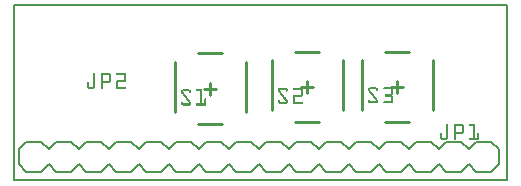
<source format=gto>
G04 MADE WITH FRITZING*
G04 WWW.FRITZING.ORG*
G04 SINGLE SIDED*
G04 HOLES NOT PLATED*
G04 CONTOUR ON CENTER OF CONTOUR VECTOR*
%ASAXBY*%
%FSLAX23Y23*%
%MOIN*%
%OFA0B0*%
%SFA1.0B1.0*%
%ADD10R,1.653540X0.590551X1.637540X0.574551*%
%ADD11C,0.008000*%
%ADD12C,0.010000*%
%ADD13R,0.001000X0.001000*%
%LNSILK1*%
G90*
G70*
G54D11*
X4Y587D02*
X1650Y587D01*
X1650Y4D01*
X4Y4D01*
X4Y587D01*
D02*
G54D12*
X620Y428D02*
X699Y428D01*
D02*
X542Y231D02*
X542Y398D01*
D02*
X778Y231D02*
X778Y398D01*
D02*
X620Y191D02*
X699Y191D01*
D02*
X640Y309D02*
X679Y309D01*
D02*
X660Y329D02*
X660Y290D01*
D02*
X943Y433D02*
X1022Y433D01*
D02*
X865Y237D02*
X865Y404D01*
D02*
X1101Y237D02*
X1101Y404D01*
D02*
X943Y197D02*
X1022Y197D01*
D02*
X963Y315D02*
X1002Y315D01*
D02*
X983Y335D02*
X983Y296D01*
D02*
X1243Y433D02*
X1322Y433D01*
D02*
X1165Y237D02*
X1165Y404D01*
D02*
X1401Y237D02*
X1401Y404D01*
D02*
X1243Y197D02*
X1322Y197D01*
D02*
X1263Y315D02*
X1302Y315D01*
D02*
X1283Y335D02*
X1283Y296D01*
G54D11*
D02*
X521Y108D02*
X546Y133D01*
D02*
X546Y133D02*
X596Y133D01*
D02*
X596Y133D02*
X621Y108D01*
D02*
X621Y58D02*
X596Y33D01*
D02*
X596Y33D02*
X546Y33D01*
D02*
X546Y33D02*
X521Y58D01*
D02*
X346Y133D02*
X396Y133D01*
D02*
X396Y133D02*
X421Y108D01*
D02*
X421Y58D02*
X396Y33D01*
D02*
X421Y108D02*
X446Y133D01*
D02*
X446Y133D02*
X496Y133D01*
D02*
X496Y133D02*
X521Y108D01*
D02*
X521Y58D02*
X496Y33D01*
D02*
X496Y33D02*
X446Y33D01*
D02*
X446Y33D02*
X421Y58D01*
D02*
X221Y108D02*
X246Y133D01*
D02*
X246Y133D02*
X296Y133D01*
D02*
X296Y133D02*
X321Y108D01*
D02*
X321Y58D02*
X296Y33D01*
D02*
X296Y33D02*
X246Y33D01*
D02*
X246Y33D02*
X221Y58D01*
D02*
X346Y133D02*
X321Y108D01*
D02*
X321Y58D02*
X346Y33D01*
D02*
X396Y33D02*
X346Y33D01*
D02*
X46Y133D02*
X96Y133D01*
D02*
X96Y133D02*
X121Y108D01*
D02*
X121Y58D02*
X96Y33D01*
D02*
X121Y108D02*
X146Y133D01*
D02*
X146Y133D02*
X196Y133D01*
D02*
X196Y133D02*
X221Y108D01*
D02*
X221Y58D02*
X196Y33D01*
D02*
X196Y33D02*
X146Y33D01*
D02*
X146Y33D02*
X121Y58D01*
D02*
X21Y108D02*
X21Y58D01*
D02*
X46Y133D02*
X21Y108D01*
D02*
X21Y58D02*
X46Y33D01*
D02*
X96Y33D02*
X46Y33D01*
D02*
X1121Y108D02*
X1146Y133D01*
D02*
X1146Y133D02*
X1196Y133D01*
D02*
X1196Y133D02*
X1221Y108D01*
D02*
X1221Y58D02*
X1196Y33D01*
D02*
X1196Y33D02*
X1146Y33D01*
D02*
X1146Y33D02*
X1121Y58D01*
D02*
X946Y133D02*
X996Y133D01*
D02*
X996Y133D02*
X1021Y108D01*
D02*
X1021Y58D02*
X996Y33D01*
D02*
X1021Y108D02*
X1046Y133D01*
D02*
X1046Y133D02*
X1096Y133D01*
D02*
X1096Y133D02*
X1121Y108D01*
D02*
X1121Y58D02*
X1096Y33D01*
D02*
X1096Y33D02*
X1046Y33D01*
D02*
X1046Y33D02*
X1021Y58D01*
D02*
X821Y108D02*
X846Y133D01*
D02*
X846Y133D02*
X896Y133D01*
D02*
X896Y133D02*
X921Y108D01*
D02*
X921Y58D02*
X896Y33D01*
D02*
X896Y33D02*
X846Y33D01*
D02*
X846Y33D02*
X821Y58D01*
D02*
X946Y133D02*
X921Y108D01*
D02*
X921Y58D02*
X946Y33D01*
D02*
X996Y33D02*
X946Y33D01*
D02*
X646Y133D02*
X696Y133D01*
D02*
X696Y133D02*
X721Y108D01*
D02*
X721Y58D02*
X696Y33D01*
D02*
X721Y108D02*
X746Y133D01*
D02*
X746Y133D02*
X796Y133D01*
D02*
X796Y133D02*
X821Y108D01*
D02*
X821Y58D02*
X796Y33D01*
D02*
X796Y33D02*
X746Y33D01*
D02*
X746Y33D02*
X721Y58D01*
D02*
X646Y133D02*
X621Y108D01*
D02*
X621Y58D02*
X646Y33D01*
D02*
X696Y33D02*
X646Y33D01*
D02*
X1521Y108D02*
X1546Y133D01*
D02*
X1546Y133D02*
X1596Y133D01*
D02*
X1596Y133D02*
X1621Y108D01*
D02*
X1621Y58D02*
X1596Y33D01*
D02*
X1596Y33D02*
X1546Y33D01*
D02*
X1546Y33D02*
X1521Y58D01*
D02*
X1346Y133D02*
X1396Y133D01*
D02*
X1396Y133D02*
X1421Y108D01*
D02*
X1421Y58D02*
X1396Y33D01*
D02*
X1421Y108D02*
X1446Y133D01*
D02*
X1446Y133D02*
X1496Y133D01*
D02*
X1496Y133D02*
X1521Y108D01*
D02*
X1521Y58D02*
X1496Y33D01*
D02*
X1496Y33D02*
X1446Y33D01*
D02*
X1446Y33D02*
X1421Y58D01*
D02*
X1221Y108D02*
X1246Y133D01*
D02*
X1246Y133D02*
X1296Y133D01*
D02*
X1296Y133D02*
X1321Y108D01*
D02*
X1321Y58D02*
X1296Y33D01*
D02*
X1296Y33D02*
X1246Y33D01*
D02*
X1246Y33D02*
X1221Y58D01*
D02*
X1346Y133D02*
X1321Y108D01*
D02*
X1321Y58D02*
X1346Y33D01*
D02*
X1396Y33D02*
X1346Y33D01*
D02*
X1196Y133D02*
X1221Y108D01*
D02*
X1221Y58D02*
X1196Y33D01*
D02*
X1621Y108D02*
X1621Y58D01*
G54D13*
X272Y362D02*
X274Y362D01*
X296Y362D02*
X322Y362D01*
X348Y362D02*
X375Y362D01*
X271Y361D02*
X275Y361D01*
X296Y361D02*
X324Y361D01*
X347Y361D02*
X376Y361D01*
X270Y360D02*
X276Y360D01*
X296Y360D02*
X325Y360D01*
X346Y360D02*
X378Y360D01*
X270Y359D02*
X276Y359D01*
X296Y359D02*
X327Y359D01*
X346Y359D02*
X378Y359D01*
X270Y358D02*
X276Y358D01*
X296Y358D02*
X327Y358D01*
X346Y358D02*
X379Y358D01*
X270Y357D02*
X276Y357D01*
X296Y357D02*
X328Y357D01*
X346Y357D02*
X379Y357D01*
X270Y356D02*
X276Y356D01*
X296Y356D02*
X329Y356D01*
X347Y356D02*
X379Y356D01*
X270Y355D02*
X276Y355D01*
X296Y355D02*
X302Y355D01*
X321Y355D02*
X329Y355D01*
X373Y355D02*
X379Y355D01*
X270Y354D02*
X276Y354D01*
X296Y354D02*
X302Y354D01*
X323Y354D02*
X329Y354D01*
X373Y354D02*
X379Y354D01*
X270Y353D02*
X276Y353D01*
X296Y353D02*
X302Y353D01*
X323Y353D02*
X329Y353D01*
X373Y353D02*
X379Y353D01*
X270Y352D02*
X276Y352D01*
X296Y352D02*
X302Y352D01*
X323Y352D02*
X329Y352D01*
X373Y352D02*
X379Y352D01*
X270Y351D02*
X276Y351D01*
X296Y351D02*
X302Y351D01*
X323Y351D02*
X329Y351D01*
X373Y351D02*
X379Y351D01*
X270Y350D02*
X276Y350D01*
X296Y350D02*
X302Y350D01*
X323Y350D02*
X329Y350D01*
X373Y350D02*
X379Y350D01*
X270Y349D02*
X276Y349D01*
X296Y349D02*
X302Y349D01*
X323Y349D02*
X329Y349D01*
X373Y349D02*
X379Y349D01*
X270Y348D02*
X276Y348D01*
X296Y348D02*
X302Y348D01*
X323Y348D02*
X329Y348D01*
X373Y348D02*
X379Y348D01*
X270Y347D02*
X276Y347D01*
X296Y347D02*
X302Y347D01*
X323Y347D02*
X329Y347D01*
X373Y347D02*
X379Y347D01*
X270Y346D02*
X276Y346D01*
X296Y346D02*
X302Y346D01*
X323Y346D02*
X329Y346D01*
X373Y346D02*
X379Y346D01*
X270Y345D02*
X276Y345D01*
X296Y345D02*
X302Y345D01*
X323Y345D02*
X329Y345D01*
X373Y345D02*
X379Y345D01*
X270Y344D02*
X276Y344D01*
X296Y344D02*
X302Y344D01*
X323Y344D02*
X329Y344D01*
X373Y344D02*
X379Y344D01*
X270Y343D02*
X276Y343D01*
X296Y343D02*
X302Y343D01*
X323Y343D02*
X329Y343D01*
X373Y343D02*
X379Y343D01*
X270Y342D02*
X276Y342D01*
X296Y342D02*
X302Y342D01*
X323Y342D02*
X329Y342D01*
X373Y342D02*
X379Y342D01*
X270Y341D02*
X276Y341D01*
X296Y341D02*
X302Y341D01*
X323Y341D02*
X329Y341D01*
X373Y341D02*
X379Y341D01*
X270Y340D02*
X276Y340D01*
X296Y340D02*
X302Y340D01*
X323Y340D02*
X329Y340D01*
X373Y340D02*
X379Y340D01*
X270Y339D02*
X276Y339D01*
X296Y339D02*
X302Y339D01*
X323Y339D02*
X329Y339D01*
X373Y339D02*
X379Y339D01*
X270Y338D02*
X276Y338D01*
X296Y338D02*
X302Y338D01*
X323Y338D02*
X329Y338D01*
X350Y338D02*
X379Y338D01*
X270Y337D02*
X276Y337D01*
X296Y337D02*
X302Y337D01*
X322Y337D02*
X329Y337D01*
X348Y337D02*
X379Y337D01*
X270Y336D02*
X276Y336D01*
X296Y336D02*
X302Y336D01*
X321Y336D02*
X329Y336D01*
X347Y336D02*
X379Y336D01*
X270Y335D02*
X276Y335D01*
X296Y335D02*
X328Y335D01*
X347Y335D02*
X378Y335D01*
X270Y334D02*
X276Y334D01*
X296Y334D02*
X328Y334D01*
X346Y334D02*
X377Y334D01*
X270Y333D02*
X276Y333D01*
X296Y333D02*
X327Y333D01*
X346Y333D02*
X376Y333D01*
X251Y332D02*
X254Y332D01*
X270Y332D02*
X276Y332D01*
X296Y332D02*
X326Y332D01*
X346Y332D02*
X374Y332D01*
X250Y331D02*
X255Y331D01*
X270Y331D02*
X276Y331D01*
X296Y331D02*
X325Y331D01*
X346Y331D02*
X352Y331D01*
X249Y330D02*
X255Y330D01*
X270Y330D02*
X276Y330D01*
X296Y330D02*
X324Y330D01*
X346Y330D02*
X352Y330D01*
X249Y329D02*
X255Y329D01*
X270Y329D02*
X276Y329D01*
X296Y329D02*
X321Y329D01*
X346Y329D02*
X352Y329D01*
X249Y328D02*
X255Y328D01*
X270Y328D02*
X276Y328D01*
X296Y328D02*
X302Y328D01*
X346Y328D02*
X352Y328D01*
X249Y327D02*
X255Y327D01*
X270Y327D02*
X276Y327D01*
X296Y327D02*
X302Y327D01*
X346Y327D02*
X352Y327D01*
X249Y326D02*
X255Y326D01*
X270Y326D02*
X276Y326D01*
X296Y326D02*
X302Y326D01*
X346Y326D02*
X352Y326D01*
X249Y325D02*
X255Y325D01*
X270Y325D02*
X276Y325D01*
X296Y325D02*
X302Y325D01*
X346Y325D02*
X352Y325D01*
X249Y324D02*
X255Y324D01*
X270Y324D02*
X276Y324D01*
X296Y324D02*
X302Y324D01*
X346Y324D02*
X352Y324D01*
X249Y323D02*
X255Y323D01*
X270Y323D02*
X276Y323D01*
X296Y323D02*
X302Y323D01*
X346Y323D02*
X352Y323D01*
X249Y322D02*
X255Y322D01*
X270Y322D02*
X276Y322D01*
X296Y322D02*
X302Y322D01*
X346Y322D02*
X352Y322D01*
X249Y321D02*
X255Y321D01*
X270Y321D02*
X276Y321D01*
X296Y321D02*
X302Y321D01*
X346Y321D02*
X352Y321D01*
X249Y320D02*
X255Y320D01*
X270Y320D02*
X276Y320D01*
X296Y320D02*
X302Y320D01*
X346Y320D02*
X352Y320D01*
X249Y319D02*
X255Y319D01*
X270Y319D02*
X276Y319D01*
X296Y319D02*
X302Y319D01*
X346Y319D02*
X352Y319D01*
X249Y318D02*
X255Y318D01*
X270Y318D02*
X276Y318D01*
X296Y318D02*
X302Y318D01*
X346Y318D02*
X352Y318D01*
X249Y317D02*
X256Y317D01*
X269Y317D02*
X276Y317D01*
X296Y317D02*
X302Y317D01*
X346Y317D02*
X352Y317D01*
X250Y316D02*
X257Y316D01*
X269Y316D02*
X276Y316D01*
X296Y316D02*
X302Y316D01*
X346Y316D02*
X352Y316D01*
X250Y315D02*
X275Y315D01*
X296Y315D02*
X302Y315D01*
X346Y315D02*
X377Y315D01*
X250Y314D02*
X275Y314D01*
X296Y314D02*
X302Y314D01*
X346Y314D02*
X379Y314D01*
X1192Y314D02*
X1211Y314D01*
X1238Y314D02*
X1263Y314D01*
X251Y313D02*
X274Y313D01*
X296Y313D02*
X302Y313D01*
X346Y313D02*
X379Y313D01*
X1189Y313D02*
X1214Y313D01*
X1236Y313D02*
X1266Y313D01*
X252Y312D02*
X273Y312D01*
X296Y312D02*
X302Y312D01*
X346Y312D02*
X379Y312D01*
X890Y312D02*
X912Y312D01*
X936Y312D02*
X964Y312D01*
X1188Y312D02*
X1215Y312D01*
X1236Y312D02*
X1267Y312D01*
X253Y311D02*
X273Y311D01*
X296Y311D02*
X302Y311D01*
X346Y311D02*
X379Y311D01*
X888Y311D02*
X914Y311D01*
X935Y311D02*
X965Y311D01*
X1187Y311D02*
X1217Y311D01*
X1236Y311D02*
X1268Y311D01*
X254Y310D02*
X271Y310D01*
X296Y310D02*
X301Y310D01*
X346Y310D02*
X379Y310D01*
X887Y310D02*
X915Y310D01*
X935Y310D02*
X966Y310D01*
X1186Y310D02*
X1217Y310D01*
X1236Y310D02*
X1268Y310D01*
X256Y309D02*
X269Y309D01*
X297Y309D02*
X300Y309D01*
X346Y309D02*
X378Y309D01*
X886Y309D02*
X916Y309D01*
X935Y309D02*
X967Y309D01*
X1186Y309D02*
X1218Y309D01*
X1236Y309D02*
X1269Y309D01*
X885Y308D02*
X917Y308D01*
X935Y308D02*
X968Y308D01*
X1186Y308D02*
X1218Y308D01*
X1237Y308D02*
X1269Y308D01*
X568Y307D02*
X589Y307D01*
X614Y307D02*
X632Y307D01*
X885Y307D02*
X917Y307D01*
X935Y307D02*
X968Y307D01*
X1186Y307D02*
X1192Y307D01*
X1211Y307D02*
X1219Y307D01*
X1263Y307D02*
X1269Y307D01*
X566Y306D02*
X591Y306D01*
X613Y306D02*
X632Y306D01*
X885Y306D02*
X918Y306D01*
X936Y306D02*
X968Y306D01*
X1186Y306D02*
X1192Y306D01*
X1213Y306D02*
X1219Y306D01*
X1263Y306D02*
X1269Y306D01*
X564Y305D02*
X593Y305D01*
X612Y305D02*
X632Y305D01*
X885Y305D02*
X891Y305D01*
X911Y305D02*
X918Y305D01*
X962Y305D02*
X968Y305D01*
X1186Y305D02*
X1192Y305D01*
X1213Y305D02*
X1219Y305D01*
X1263Y305D02*
X1269Y305D01*
X564Y304D02*
X594Y304D01*
X612Y304D02*
X632Y304D01*
X885Y304D02*
X891Y304D01*
X912Y304D02*
X918Y304D01*
X962Y304D02*
X968Y304D01*
X1186Y304D02*
X1193Y304D01*
X1213Y304D02*
X1219Y304D01*
X1263Y304D02*
X1269Y304D01*
X563Y303D02*
X594Y303D01*
X612Y303D02*
X632Y303D01*
X885Y303D02*
X892Y303D01*
X912Y303D02*
X918Y303D01*
X962Y303D02*
X968Y303D01*
X1186Y303D02*
X1194Y303D01*
X1214Y303D02*
X1218Y303D01*
X1263Y303D02*
X1269Y303D01*
X563Y302D02*
X595Y302D01*
X613Y302D02*
X632Y302D01*
X885Y302D02*
X892Y302D01*
X912Y302D02*
X918Y302D01*
X962Y302D02*
X968Y302D01*
X1187Y302D02*
X1195Y302D01*
X1214Y302D02*
X1218Y302D01*
X1263Y302D02*
X1269Y302D01*
X562Y301D02*
X595Y301D01*
X614Y301D02*
X632Y301D01*
X886Y301D02*
X893Y301D01*
X913Y301D02*
X917Y301D01*
X962Y301D02*
X968Y301D01*
X1187Y301D02*
X1195Y301D01*
X1263Y301D02*
X1269Y301D01*
X562Y300D02*
X568Y300D01*
X589Y300D02*
X596Y300D01*
X626Y300D02*
X632Y300D01*
X886Y300D02*
X894Y300D01*
X914Y300D02*
X916Y300D01*
X962Y300D02*
X968Y300D01*
X1188Y300D02*
X1196Y300D01*
X1263Y300D02*
X1269Y300D01*
X562Y299D02*
X569Y299D01*
X590Y299D02*
X596Y299D01*
X626Y299D02*
X632Y299D01*
X887Y299D02*
X895Y299D01*
X962Y299D02*
X968Y299D01*
X1189Y299D02*
X1197Y299D01*
X1263Y299D02*
X1269Y299D01*
X563Y298D02*
X569Y298D01*
X590Y298D02*
X596Y298D01*
X626Y298D02*
X632Y298D01*
X888Y298D02*
X896Y298D01*
X962Y298D02*
X968Y298D01*
X1190Y298D02*
X1198Y298D01*
X1263Y298D02*
X1269Y298D01*
X563Y297D02*
X570Y297D01*
X590Y297D02*
X596Y297D01*
X626Y297D02*
X632Y297D01*
X888Y297D02*
X896Y297D01*
X962Y297D02*
X968Y297D01*
X1190Y297D02*
X1198Y297D01*
X1263Y297D02*
X1269Y297D01*
X563Y296D02*
X571Y296D01*
X591Y296D02*
X595Y296D01*
X626Y296D02*
X632Y296D01*
X889Y296D02*
X897Y296D01*
X962Y296D02*
X968Y296D01*
X1191Y296D02*
X1199Y296D01*
X1263Y296D02*
X1269Y296D01*
X564Y295D02*
X572Y295D01*
X592Y295D02*
X594Y295D01*
X626Y295D02*
X632Y295D01*
X890Y295D02*
X898Y295D01*
X962Y295D02*
X968Y295D01*
X1192Y295D02*
X1200Y295D01*
X1263Y295D02*
X1269Y295D01*
X564Y294D02*
X572Y294D01*
X626Y294D02*
X632Y294D01*
X891Y294D02*
X899Y294D01*
X962Y294D02*
X968Y294D01*
X1193Y294D02*
X1201Y294D01*
X1263Y294D02*
X1269Y294D01*
X565Y293D02*
X573Y293D01*
X626Y293D02*
X632Y293D01*
X891Y293D02*
X899Y293D01*
X962Y293D02*
X968Y293D01*
X1194Y293D02*
X1202Y293D01*
X1263Y293D02*
X1269Y293D01*
X566Y292D02*
X574Y292D01*
X626Y292D02*
X632Y292D01*
X892Y292D02*
X900Y292D01*
X962Y292D02*
X968Y292D01*
X1194Y292D02*
X1202Y292D01*
X1262Y292D02*
X1269Y292D01*
X567Y291D02*
X575Y291D01*
X626Y291D02*
X632Y291D01*
X893Y291D02*
X901Y291D01*
X962Y291D02*
X968Y291D01*
X1195Y291D02*
X1203Y291D01*
X1261Y291D02*
X1269Y291D01*
X568Y290D02*
X576Y290D01*
X626Y290D02*
X632Y290D01*
X894Y290D02*
X902Y290D01*
X962Y290D02*
X968Y290D01*
X1196Y290D02*
X1204Y290D01*
X1244Y290D02*
X1268Y290D01*
X568Y289D02*
X576Y289D01*
X626Y289D02*
X632Y289D01*
X895Y289D02*
X903Y289D01*
X962Y289D02*
X968Y289D01*
X1197Y289D02*
X1205Y289D01*
X1243Y289D02*
X1268Y289D01*
X569Y288D02*
X577Y288D01*
X626Y288D02*
X632Y288D01*
X895Y288D02*
X903Y288D01*
X938Y288D02*
X968Y288D01*
X1197Y288D02*
X1205Y288D01*
X1243Y288D02*
X1267Y288D01*
X570Y287D02*
X578Y287D01*
X626Y287D02*
X632Y287D01*
X896Y287D02*
X904Y287D01*
X937Y287D02*
X968Y287D01*
X1198Y287D02*
X1206Y287D01*
X1242Y287D02*
X1266Y287D01*
X571Y286D02*
X579Y286D01*
X626Y286D02*
X632Y286D01*
X897Y286D02*
X905Y286D01*
X936Y286D02*
X967Y286D01*
X1199Y286D02*
X1207Y286D01*
X1243Y286D02*
X1267Y286D01*
X571Y285D02*
X579Y285D01*
X626Y285D02*
X632Y285D01*
X898Y285D02*
X906Y285D01*
X935Y285D02*
X967Y285D01*
X1200Y285D02*
X1208Y285D01*
X1243Y285D02*
X1268Y285D01*
X572Y284D02*
X580Y284D01*
X626Y284D02*
X632Y284D01*
X898Y284D02*
X906Y284D01*
X935Y284D02*
X966Y284D01*
X1201Y284D02*
X1209Y284D01*
X1244Y284D02*
X1268Y284D01*
X573Y283D02*
X581Y283D01*
X626Y283D02*
X632Y283D01*
X899Y283D02*
X907Y283D01*
X935Y283D02*
X965Y283D01*
X1201Y283D02*
X1209Y283D01*
X1261Y283D02*
X1269Y283D01*
X574Y282D02*
X582Y282D01*
X626Y282D02*
X632Y282D01*
X900Y282D02*
X908Y282D01*
X935Y282D02*
X961Y282D01*
X1202Y282D02*
X1210Y282D01*
X1262Y282D02*
X1269Y282D01*
X574Y281D02*
X583Y281D01*
X626Y281D02*
X632Y281D01*
X901Y281D02*
X909Y281D01*
X935Y281D02*
X941Y281D01*
X1203Y281D02*
X1211Y281D01*
X1263Y281D02*
X1269Y281D01*
X575Y280D02*
X583Y280D01*
X626Y280D02*
X632Y280D01*
X902Y280D02*
X910Y280D01*
X935Y280D02*
X941Y280D01*
X1204Y280D02*
X1212Y280D01*
X1263Y280D02*
X1269Y280D01*
X576Y279D02*
X584Y279D01*
X626Y279D02*
X632Y279D01*
X902Y279D02*
X910Y279D01*
X935Y279D02*
X941Y279D01*
X1204Y279D02*
X1212Y279D01*
X1263Y279D02*
X1269Y279D01*
X577Y278D02*
X585Y278D01*
X626Y278D02*
X632Y278D01*
X903Y278D02*
X911Y278D01*
X935Y278D02*
X941Y278D01*
X1205Y278D02*
X1213Y278D01*
X1263Y278D02*
X1269Y278D01*
X578Y277D02*
X586Y277D01*
X626Y277D02*
X632Y277D01*
X641Y277D02*
X645Y277D01*
X904Y277D02*
X912Y277D01*
X935Y277D02*
X941Y277D01*
X1206Y277D02*
X1214Y277D01*
X1263Y277D02*
X1269Y277D01*
X578Y276D02*
X586Y276D01*
X626Y276D02*
X632Y276D01*
X640Y276D02*
X645Y276D01*
X905Y276D02*
X913Y276D01*
X935Y276D02*
X941Y276D01*
X1207Y276D02*
X1215Y276D01*
X1263Y276D02*
X1269Y276D01*
X579Y275D02*
X587Y275D01*
X626Y275D02*
X632Y275D01*
X640Y275D02*
X646Y275D01*
X905Y275D02*
X913Y275D01*
X935Y275D02*
X941Y275D01*
X1208Y275D02*
X1216Y275D01*
X1263Y275D02*
X1269Y275D01*
X580Y274D02*
X588Y274D01*
X626Y274D02*
X632Y274D01*
X640Y274D02*
X646Y274D01*
X906Y274D02*
X914Y274D01*
X935Y274D02*
X941Y274D01*
X1208Y274D02*
X1216Y274D01*
X1263Y274D02*
X1269Y274D01*
X581Y273D02*
X589Y273D01*
X626Y273D02*
X632Y273D01*
X640Y273D02*
X646Y273D01*
X907Y273D02*
X915Y273D01*
X935Y273D02*
X941Y273D01*
X1209Y273D02*
X1217Y273D01*
X1263Y273D02*
X1269Y273D01*
X581Y272D02*
X590Y272D01*
X626Y272D02*
X632Y272D01*
X640Y272D02*
X646Y272D01*
X908Y272D02*
X916Y272D01*
X935Y272D02*
X941Y272D01*
X1187Y272D02*
X1190Y272D01*
X1210Y272D02*
X1218Y272D01*
X1263Y272D02*
X1269Y272D01*
X582Y271D02*
X590Y271D01*
X626Y271D02*
X632Y271D01*
X640Y271D02*
X646Y271D01*
X887Y271D02*
X888Y271D01*
X908Y271D02*
X916Y271D01*
X935Y271D02*
X941Y271D01*
X1186Y271D02*
X1191Y271D01*
X1211Y271D02*
X1218Y271D01*
X1263Y271D02*
X1269Y271D01*
X583Y270D02*
X591Y270D01*
X626Y270D02*
X632Y270D01*
X640Y270D02*
X646Y270D01*
X885Y270D02*
X890Y270D01*
X909Y270D02*
X917Y270D01*
X935Y270D02*
X941Y270D01*
X1186Y270D02*
X1191Y270D01*
X1211Y270D02*
X1219Y270D01*
X1263Y270D02*
X1269Y270D01*
X584Y269D02*
X592Y269D01*
X626Y269D02*
X632Y269D01*
X640Y269D02*
X646Y269D01*
X885Y269D02*
X890Y269D01*
X910Y269D02*
X918Y269D01*
X935Y269D02*
X941Y269D01*
X1186Y269D02*
X1192Y269D01*
X1212Y269D02*
X1219Y269D01*
X1263Y269D02*
X1269Y269D01*
X585Y268D02*
X593Y268D01*
X626Y268D02*
X632Y268D01*
X640Y268D02*
X646Y268D01*
X885Y268D02*
X891Y268D01*
X911Y268D02*
X918Y268D01*
X935Y268D02*
X941Y268D01*
X1186Y268D02*
X1192Y268D01*
X1213Y268D02*
X1219Y268D01*
X1263Y268D02*
X1269Y268D01*
X585Y267D02*
X593Y267D01*
X626Y267D02*
X632Y267D01*
X640Y267D02*
X646Y267D01*
X885Y267D02*
X891Y267D01*
X912Y267D02*
X918Y267D01*
X935Y267D02*
X941Y267D01*
X1186Y267D02*
X1219Y267D01*
X1239Y267D02*
X1269Y267D01*
X565Y266D02*
X566Y266D01*
X586Y266D02*
X594Y266D01*
X626Y266D02*
X632Y266D01*
X640Y266D02*
X646Y266D01*
X885Y266D02*
X891Y266D01*
X912Y266D02*
X918Y266D01*
X935Y266D02*
X941Y266D01*
X1186Y266D02*
X1219Y266D01*
X1237Y266D02*
X1269Y266D01*
X563Y265D02*
X567Y265D01*
X587Y265D02*
X595Y265D01*
X626Y265D02*
X632Y265D01*
X640Y265D02*
X646Y265D01*
X885Y265D02*
X918Y265D01*
X935Y265D02*
X966Y265D01*
X1187Y265D02*
X1218Y265D01*
X1236Y265D02*
X1269Y265D01*
X563Y264D02*
X568Y264D01*
X588Y264D02*
X595Y264D01*
X626Y264D02*
X632Y264D01*
X640Y264D02*
X646Y264D01*
X885Y264D02*
X918Y264D01*
X935Y264D02*
X967Y264D01*
X1187Y264D02*
X1218Y264D01*
X1236Y264D02*
X1268Y264D01*
X562Y263D02*
X568Y263D01*
X588Y263D02*
X596Y263D01*
X626Y263D02*
X632Y263D01*
X640Y263D02*
X646Y263D01*
X886Y263D02*
X917Y263D01*
X935Y263D02*
X968Y263D01*
X1188Y263D02*
X1217Y263D01*
X1236Y263D02*
X1268Y263D01*
X562Y262D02*
X568Y262D01*
X589Y262D02*
X596Y262D01*
X626Y262D02*
X632Y262D01*
X640Y262D02*
X646Y262D01*
X887Y262D02*
X917Y262D01*
X935Y262D02*
X968Y262D01*
X1189Y262D02*
X1216Y262D01*
X1236Y262D02*
X1267Y262D01*
X562Y261D02*
X569Y261D01*
X590Y261D02*
X596Y261D01*
X626Y261D02*
X632Y261D01*
X640Y261D02*
X646Y261D01*
X888Y261D02*
X916Y261D01*
X935Y261D02*
X968Y261D01*
X1191Y261D02*
X1215Y261D01*
X1237Y261D02*
X1265Y261D01*
X563Y260D02*
X596Y260D01*
X614Y260D02*
X646Y260D01*
X889Y260D02*
X915Y260D01*
X935Y260D02*
X967Y260D01*
X563Y259D02*
X595Y259D01*
X613Y259D02*
X646Y259D01*
X891Y259D02*
X913Y259D01*
X935Y259D02*
X966Y259D01*
X564Y258D02*
X595Y258D01*
X612Y258D02*
X646Y258D01*
X564Y257D02*
X594Y257D01*
X612Y257D02*
X646Y257D01*
X565Y256D02*
X594Y256D01*
X612Y256D02*
X646Y256D01*
X566Y255D02*
X593Y255D01*
X613Y255D02*
X645Y255D01*
X568Y254D02*
X591Y254D01*
X614Y254D02*
X644Y254D01*
X1448Y191D02*
X1451Y191D01*
X1472Y191D02*
X1499Y191D01*
X1524Y191D02*
X1542Y191D01*
X1447Y190D02*
X1452Y190D01*
X1472Y190D02*
X1501Y190D01*
X1523Y190D02*
X1542Y190D01*
X1446Y189D02*
X1452Y189D01*
X1472Y189D02*
X1502Y189D01*
X1522Y189D02*
X1542Y189D01*
X1446Y188D02*
X1452Y188D01*
X1472Y188D02*
X1503Y188D01*
X1522Y188D02*
X1542Y188D01*
X1446Y187D02*
X1452Y187D01*
X1472Y187D02*
X1504Y187D01*
X1522Y187D02*
X1542Y187D01*
X1446Y186D02*
X1452Y186D01*
X1472Y186D02*
X1504Y186D01*
X1523Y186D02*
X1542Y186D01*
X1446Y185D02*
X1452Y185D01*
X1472Y185D02*
X1505Y185D01*
X1524Y185D02*
X1542Y185D01*
X1446Y184D02*
X1452Y184D01*
X1472Y184D02*
X1478Y184D01*
X1498Y184D02*
X1505Y184D01*
X1536Y184D02*
X1542Y184D01*
X1446Y183D02*
X1452Y183D01*
X1472Y183D02*
X1478Y183D01*
X1499Y183D02*
X1505Y183D01*
X1536Y183D02*
X1542Y183D01*
X1446Y182D02*
X1452Y182D01*
X1472Y182D02*
X1478Y182D01*
X1499Y182D02*
X1506Y182D01*
X1536Y182D02*
X1542Y182D01*
X1446Y181D02*
X1452Y181D01*
X1472Y181D02*
X1478Y181D01*
X1500Y181D02*
X1506Y181D01*
X1536Y181D02*
X1542Y181D01*
X1446Y180D02*
X1452Y180D01*
X1472Y180D02*
X1478Y180D01*
X1500Y180D02*
X1506Y180D01*
X1536Y180D02*
X1542Y180D01*
X1446Y179D02*
X1452Y179D01*
X1472Y179D02*
X1478Y179D01*
X1500Y179D02*
X1506Y179D01*
X1536Y179D02*
X1542Y179D01*
X1446Y178D02*
X1452Y178D01*
X1472Y178D02*
X1478Y178D01*
X1500Y178D02*
X1506Y178D01*
X1536Y178D02*
X1542Y178D01*
X1446Y177D02*
X1452Y177D01*
X1472Y177D02*
X1478Y177D01*
X1500Y177D02*
X1506Y177D01*
X1536Y177D02*
X1542Y177D01*
X1446Y176D02*
X1452Y176D01*
X1472Y176D02*
X1478Y176D01*
X1500Y176D02*
X1506Y176D01*
X1536Y176D02*
X1542Y176D01*
X1446Y175D02*
X1452Y175D01*
X1472Y175D02*
X1478Y175D01*
X1500Y175D02*
X1506Y175D01*
X1536Y175D02*
X1542Y175D01*
X1446Y174D02*
X1452Y174D01*
X1472Y174D02*
X1478Y174D01*
X1500Y174D02*
X1506Y174D01*
X1536Y174D02*
X1542Y174D01*
X1446Y173D02*
X1452Y173D01*
X1472Y173D02*
X1478Y173D01*
X1500Y173D02*
X1506Y173D01*
X1536Y173D02*
X1542Y173D01*
X1446Y172D02*
X1452Y172D01*
X1472Y172D02*
X1478Y172D01*
X1500Y172D02*
X1506Y172D01*
X1536Y172D02*
X1542Y172D01*
X1446Y171D02*
X1452Y171D01*
X1472Y171D02*
X1478Y171D01*
X1500Y171D02*
X1506Y171D01*
X1536Y171D02*
X1542Y171D01*
X1446Y170D02*
X1452Y170D01*
X1472Y170D02*
X1478Y170D01*
X1500Y170D02*
X1506Y170D01*
X1536Y170D02*
X1542Y170D01*
X1446Y169D02*
X1452Y169D01*
X1472Y169D02*
X1478Y169D01*
X1500Y169D02*
X1506Y169D01*
X1536Y169D02*
X1542Y169D01*
X1446Y168D02*
X1452Y168D01*
X1472Y168D02*
X1478Y168D01*
X1499Y168D02*
X1506Y168D01*
X1536Y168D02*
X1542Y168D01*
X1446Y167D02*
X1452Y167D01*
X1472Y167D02*
X1478Y167D01*
X1499Y167D02*
X1505Y167D01*
X1536Y167D02*
X1542Y167D01*
X1446Y166D02*
X1452Y166D01*
X1472Y166D02*
X1478Y166D01*
X1498Y166D02*
X1505Y166D01*
X1536Y166D02*
X1542Y166D01*
X1446Y165D02*
X1452Y165D01*
X1472Y165D02*
X1505Y165D01*
X1536Y165D02*
X1542Y165D01*
X1446Y164D02*
X1452Y164D01*
X1472Y164D02*
X1504Y164D01*
X1536Y164D02*
X1542Y164D01*
X1446Y163D02*
X1452Y163D01*
X1472Y163D02*
X1504Y163D01*
X1536Y163D02*
X1542Y163D01*
X1428Y162D02*
X1429Y162D01*
X1446Y162D02*
X1452Y162D01*
X1472Y162D02*
X1503Y162D01*
X1536Y162D02*
X1542Y162D01*
X1552Y162D02*
X1553Y162D01*
X1426Y161D02*
X1431Y161D01*
X1446Y161D02*
X1452Y161D01*
X1472Y161D02*
X1502Y161D01*
X1536Y161D02*
X1542Y161D01*
X1550Y161D02*
X1555Y161D01*
X1426Y160D02*
X1431Y160D01*
X1446Y160D02*
X1452Y160D01*
X1472Y160D02*
X1501Y160D01*
X1536Y160D02*
X1542Y160D01*
X1550Y160D02*
X1555Y160D01*
X1425Y159D02*
X1431Y159D01*
X1446Y159D02*
X1452Y159D01*
X1472Y159D02*
X1499Y159D01*
X1536Y159D02*
X1542Y159D01*
X1550Y159D02*
X1556Y159D01*
X1425Y158D02*
X1431Y158D01*
X1446Y158D02*
X1452Y158D01*
X1472Y158D02*
X1478Y158D01*
X1536Y158D02*
X1542Y158D01*
X1550Y158D02*
X1556Y158D01*
X1425Y157D02*
X1431Y157D01*
X1446Y157D02*
X1452Y157D01*
X1472Y157D02*
X1478Y157D01*
X1536Y157D02*
X1542Y157D01*
X1550Y157D02*
X1556Y157D01*
X1425Y156D02*
X1431Y156D01*
X1446Y156D02*
X1452Y156D01*
X1472Y156D02*
X1478Y156D01*
X1536Y156D02*
X1542Y156D01*
X1550Y156D02*
X1556Y156D01*
X1425Y155D02*
X1431Y155D01*
X1446Y155D02*
X1452Y155D01*
X1472Y155D02*
X1478Y155D01*
X1536Y155D02*
X1542Y155D01*
X1550Y155D02*
X1556Y155D01*
X1425Y154D02*
X1431Y154D01*
X1446Y154D02*
X1452Y154D01*
X1472Y154D02*
X1478Y154D01*
X1536Y154D02*
X1542Y154D01*
X1550Y154D02*
X1556Y154D01*
X1425Y153D02*
X1431Y153D01*
X1446Y153D02*
X1452Y153D01*
X1472Y153D02*
X1478Y153D01*
X1536Y153D02*
X1542Y153D01*
X1550Y153D02*
X1556Y153D01*
X1425Y152D02*
X1431Y152D01*
X1446Y152D02*
X1452Y152D01*
X1472Y152D02*
X1478Y152D01*
X1536Y152D02*
X1542Y152D01*
X1550Y152D02*
X1556Y152D01*
X1425Y151D02*
X1431Y151D01*
X1446Y151D02*
X1452Y151D01*
X1472Y151D02*
X1478Y151D01*
X1536Y151D02*
X1542Y151D01*
X1550Y151D02*
X1556Y151D01*
X1425Y150D02*
X1431Y150D01*
X1446Y150D02*
X1452Y150D01*
X1472Y150D02*
X1478Y150D01*
X1536Y150D02*
X1542Y150D01*
X1550Y150D02*
X1556Y150D01*
X1425Y149D02*
X1431Y149D01*
X1446Y149D02*
X1452Y149D01*
X1472Y149D02*
X1478Y149D01*
X1536Y149D02*
X1542Y149D01*
X1550Y149D02*
X1556Y149D01*
X1425Y148D02*
X1431Y148D01*
X1446Y148D02*
X1452Y148D01*
X1472Y148D02*
X1478Y148D01*
X1536Y148D02*
X1542Y148D01*
X1550Y148D02*
X1556Y148D01*
X1426Y147D02*
X1432Y147D01*
X1446Y147D02*
X1452Y147D01*
X1472Y147D02*
X1478Y147D01*
X1536Y147D02*
X1542Y147D01*
X1550Y147D02*
X1556Y147D01*
X1426Y146D02*
X1432Y146D01*
X1445Y146D02*
X1452Y146D01*
X1472Y146D02*
X1478Y146D01*
X1536Y146D02*
X1542Y146D01*
X1550Y146D02*
X1556Y146D01*
X1426Y145D02*
X1433Y145D01*
X1444Y145D02*
X1452Y145D01*
X1472Y145D02*
X1478Y145D01*
X1536Y145D02*
X1542Y145D01*
X1550Y145D02*
X1556Y145D01*
X1426Y144D02*
X1451Y144D01*
X1472Y144D02*
X1478Y144D01*
X1524Y144D02*
X1556Y144D01*
X1427Y143D02*
X1451Y143D01*
X1472Y143D02*
X1478Y143D01*
X1523Y143D02*
X1556Y143D01*
X1427Y142D02*
X1450Y142D01*
X1472Y142D02*
X1478Y142D01*
X1522Y142D02*
X1556Y142D01*
X1428Y141D02*
X1449Y141D01*
X1472Y141D02*
X1478Y141D01*
X1522Y141D02*
X1556Y141D01*
X1429Y140D02*
X1448Y140D01*
X1472Y140D02*
X1478Y140D01*
X1522Y140D02*
X1555Y140D01*
X1431Y139D02*
X1447Y139D01*
X1473Y139D02*
X1477Y139D01*
X1523Y139D02*
X1555Y139D01*
X1433Y138D02*
X1444Y138D01*
X1474Y138D02*
X1476Y138D01*
X1524Y138D02*
X1554Y138D01*
D02*
G04 End of Silk1*
M02*
</source>
